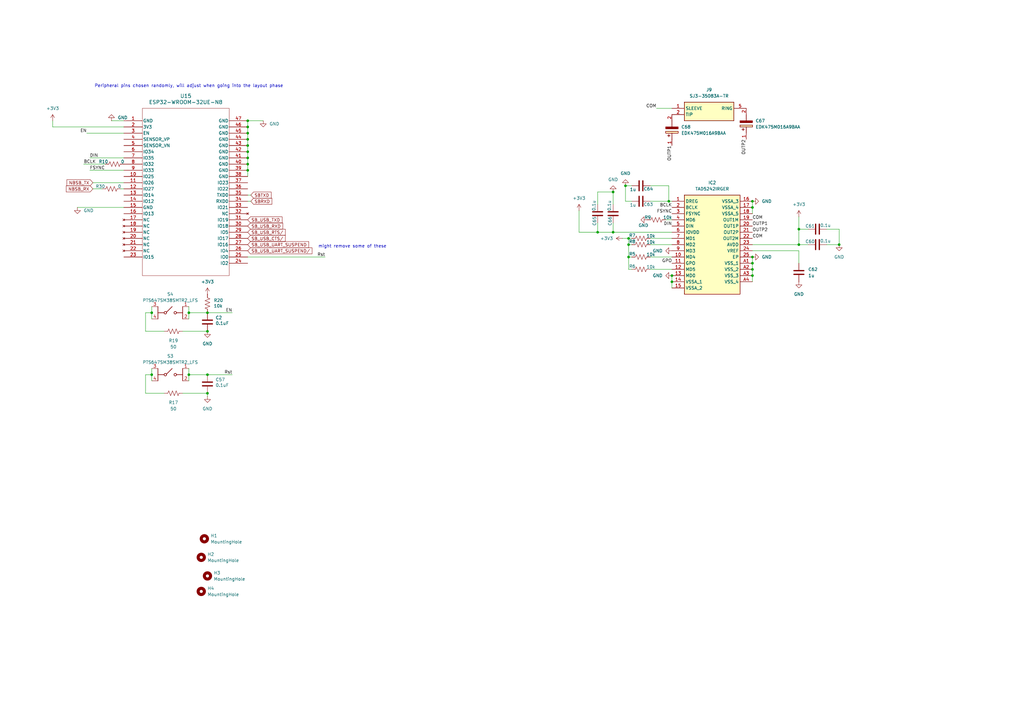
<source format=kicad_sch>
(kicad_sch (version 20250114) (generator "eeschema") (generator_version "9.0")
  (paper "A3")
  (lib_symbols
    (symbol "Device:C" (pin_numbers (hide yes)) (pin_names (offset 0.254))
      (property "Reference" "C" (at 0.635 2.54 0))
      (property "Value" "C" (at 0.635 -2.54 0))
      (symbol "C_0_1"
        (polyline (pts (xy -2.032 0.762) (xy 2.032 0.762)) (stroke (width 0.508)))
        (polyline (pts (xy -2.032 -0.762) (xy 2.032 -0.762)) (stroke (width 0.508)))
      )
      (symbol "C_1_1"
        (pin passive line (at 0 3.81 270) (length 2.794) (name "~") (number "1"))
        (pin passive line (at 0 -3.81 90) (length 2.794) (name "~") (number "2"))
      )
    )
    (symbol "Device:R_US" (pin_numbers (hide yes)) (pin_names (offset 0))
      (property "Reference" "R" (at 2.54 0 90))
      (property "Value" "R_US" (at -2.54 0 90))
      (symbol "R_US_0_1"
        (polyline (pts (xy 0 2.286) (xy 0 2.54)))
        (polyline (pts (xy 0 2.286) (xy 1.016 1.905) (xy 0 1.524) (xy -1.016 1.143) (xy 0 0.762)))
        (polyline (pts (xy 0 0.762) (xy 1.016 0.381) (xy 0 0) (xy -1.016 -0.381) (xy 0 -0.762)))
        (polyline (pts (xy 0 -0.762) (xy 1.016 -1.143) (xy 0 -1.524) (xy -1.016 -1.905) (xy 0 -2.286)))
        (polyline (pts (xy 0 -2.286) (xy 0 -2.54)))
      )
      (symbol "R_US_1_1"
        (pin passive line (at 0 3.81 270) (length 1.27) (name "~") (number "1"))
        (pin passive line (at 0 -3.81 90) (length 1.27) (name "~") (number "2"))
      )
    )
    (symbol "FPGA&MCU:ESP32-WROOM-32UE-N8" (pin_names (offset 0.254))
      (property "Reference" "U" (at 25.4 10.16 0))
      (property "Value" "ESP32-WROOM-32UE-N8" (at 25.4 7.62 0))
      (symbol "ESP32-WROOM-32UE-N8_0_1"
        (polyline (pts (xy 7.62 5.08) (xy 7.62 -63.5)) (stroke (width 0.127)))
        (polyline (pts (xy 7.62 -63.5) (xy 43.18 -63.5)) (stroke (width 0.127)))
        (polyline (pts (xy 43.18 5.08) (xy 7.62 5.08)) (stroke (width 0.127)))
        (polyline (pts (xy 43.18 -63.5) (xy 43.18 5.08)) (stroke (width 0.127)))
        (pin power_out line (at 0 0 0) (length 7.62) (name "GND") (number "1"))
        (pin power_in line (at 0 -2.54 0) (length 7.62) (name "3V3") (number "2"))
        (pin input line (at 0 -5.08 0) (length 7.62) (name "EN") (number "3"))
        (pin input line (at 0 -7.62 0) (length 7.62) (name "SENSOR_VP") (number "4"))
        (pin input line (at 0 -10.16 0) (length 7.62) (name "SENSOR_VN") (number "5"))
        (pin input line (at 0 -12.7 0) (length 7.62) (name "IO34") (number "6"))
        (pin input line (at 0 -15.24 0) (length 7.62) (name "IO35") (number "7"))
        (pin bidirectional line (at 0 -17.78 0) (length 7.62) (name "IO32") (number "8"))
        (pin bidirectional line (at 0 -20.32 0) (length 7.62) (name "IO33") (number "9"))
        (pin bidirectional line (at 0 -22.86 0) (length 7.62) (name "IO25") (number "10"))
        (pin bidirectional line (at 0 -25.4 0) (length 7.62) (name "IO26") (number "11"))
        (pin bidirectional line (at 0 -27.94 0) (length 7.62) (name "IO27") (number "12"))
        (pin bidirectional line (at 0 -30.48 0) (length 7.62) (name "IO14") (number "13"))
        (pin bidirectional line (at 0 -33.02 0) (length 7.62) (name "IO12") (number "14"))
        (pin power_out line (at 0 -35.56 0) (length 7.62) (name "GND") (number "15"))
        (pin bidirectional line (at 0 -38.1 0) (length 7.62) (name "IO13") (number "16"))
        (pin no_connect line (at 0 -40.64 0) (length 7.62) (name "NC") (number "17"))
        (pin no_connect line (at 0 -43.18 0) (length 7.62) (name "NC") (number "18"))
        (pin no_connect line (at 0 -45.72 0) (length 7.62) (name "NC") (number "19"))
        (pin no_connect line (at 0 -48.26 0) (length 7.62) (name "NC") (number "20"))
        (pin no_connect line (at 0 -50.8 0) (length 7.62) (name "NC") (number "21"))
        (pin no_connect line (at 0 -53.34 0) (length 7.62) (name "NC") (number "22"))
        (pin bidirectional line (at 0 -55.88 0) (length 7.62) (name "IO15") (number "23"))
        (pin power_out line (at 50.8 0 180) (length 7.62) (name "GND") (number "47"))
        (pin power_out line (at 50.8 -2.54 180) (length 7.62) (name "GND") (number "46"))
        (pin power_out line (at 50.8 -5.08 180) (length 7.62) (name "GND") (number "45"))
        (pin power_out line (at 50.8 -7.62 180) (length 7.62) (name "GND") (number "44"))
        (pin power_out line (at 50.8 -10.16 180) (length 7.62) (name "GND") (number "43"))
        (pin power_out line (at 50.8 -12.7 180) (length 7.62) (name "GND") (number "42"))
        (pin power_out line (at 50.8 -15.24 180) (length 7.62) (name "GND") (number "41"))
        (pin power_out line (at 50.8 -17.78 180) (length 7.62) (name "GND") (number "40"))
        (pin power_out line (at 50.8 -20.32 180) (length 7.62) (name "GND") (number "39"))
        (pin power_out line (at 50.8 -22.86 180) (length 7.62) (name "GND") (number "38"))
        (pin bidirectional line (at 50.8 -25.4 180) (length 7.62) (name "IO23") (number "37"))
        (pin bidirectional line (at 50.8 -27.94 180) (length 7.62) (name "IO22") (number "36"))
        (pin bidirectional line (at 50.8 -33.02 180) (length 7.62) (name "RXD0") (number "34"))
        (pin bidirectional line (at 50.8 -35.56 180) (length 7.62) (name "IO21") (number "33"))
        (pin no_connect line (at 50.8 -38.1 180) (length 7.62) (name "NC") (number "32"))
        (pin bidirectional line (at 50.8 -40.64 180) (length 7.62) (name "IO19") (number "31"))
        (pin bidirectional line (at 50.8 -43.18 180) (length 7.62) (name "IO18") (number "30"))
        (pin bidirectional line (at 50.8 -45.72 180) (length 7.62) (name "IO5") (number "29"))
        (pin bidirectional line (at 50.8 -48.26 180) (length 7.62) (name "IO17") (number "28"))
        (pin bidirectional line (at 50.8 -50.8 180) (length 7.62) (name "IO16") (number "27"))
        (pin bidirectional line (at 50.8 -53.34 180) (length 7.62) (name "IO4") (number "26"))
        (pin bidirectional line (at 50.8 -55.88 180) (length 7.62) (name "IO0") (number "25"))
        (pin bidirectional line (at 50.8 -58.42 180) (length 7.62) (name "IO2") (number "24"))
      )
      (symbol "ESP32-WROOM-32UE-N8_1_1"
        (pin bidirectional line (at 50.8 -30.48 180) (length 7.62) (name "TXD0") (number "35"))
      )
    )
    (symbol "FPGA_Interface:PTS647SM38SMTR2_LFS" (pin_names (hide yes))
      (property "Reference" "S" (at 12.7 6.35 0))
      (property "Value" "PTS647SM38SMTR2_LFS" (at 12.7 3.81 0))
      (symbol "PTS647SM38SMTR2_LFS_1_1"
        (polyline (pts (xy 2.54 -2.54) (xy 5.08 -2.54)) (stroke (width 0.254)))
        (polyline (pts (xy 2.54 -5.08) (xy 2.54 0)) (stroke (width 0.254)))
        (circle (center 5.588 -2.54) (radius 0.508) (stroke (width 0.254)))
        (polyline (pts (xy 6.096 -2.286) (xy 8.382 0)) (stroke (width 0.254)))
        (circle (center 9.652 -2.54) (radius 0.508) (stroke (width 0.254)))
        (polyline (pts (xy 10.16 -2.54) (xy 12.7 -2.54)) (stroke (width 0.254)))
        (polyline (pts (xy 12.7 -5.08) (xy 12.7 0)) (stroke (width 0.254)))
        (pin passive line (at 0 0 0) (length 2.54) (name "COM_1") (number "3"))
        (pin passive line (at 0 -5.08 0) (length 2.54) (name "COM_2") (number "4"))
        (pin passive line (at 15.24 0 180) (length 2.54) (name "NO_1") (number "1"))
        (pin passive line (at 15.24 -5.08 180) (length 2.54) (name "NO_2") (number "2"))
      )
    )
    (symbol "FPGA_Interface:SJ3-35083A-TR"
      (property "Reference" "J" (at 26.67 7.62 0))
      (property "Value" "SJ3-35083A-TR" (at 26.67 5.08 0))
      (symbol "SJ3-35083A-TR_1_1"
        (rectangle (start 5.08 2.54) (end 25.4 -5.08) (stroke (width 0.254)) (fill (type background)))
        (pin passive line (at 0 0 0) (length 5.08) (name "SLEEVE") (number "1"))
        (pin passive line (at 0 -2.54 0) (length 5.08) (name "TIP") (number "2"))
        (pin passive line (at 30.48 0 180) (length 5.08) (name "RING") (number "5"))
      )
    )
    (symbol "Mechanical:MountingHole" (pin_names (offset 1.016)) (in_bom no)
      (property "Reference" "H" (at 0 5.08 0))
      (property "Value" "MountingHole" (at 0 3.175 0))
      (symbol "MountingHole_0_1"
        (circle (center 0 0) (radius 1.27) (stroke (width 1.27)))
      )
    )
    (symbol "SB:EDK475M016A9BAA" (pin_names (hide yes))
      (property "Reference" "C" (at 8.89 6.35 0))
      (property "Value" "EDK475M016A9BAA" (at 8.89 3.81 0))
      (symbol "EDK475M016A9BAA_1_1"
        (polyline (pts (xy 2.54 0) (xy 5.08 0)) (stroke (width 0.254)))
        (polyline (pts (xy 4.064 1.778) (xy 4.064 0.762)) (stroke (width 0.254)))
        (polyline (pts (xy 4.572 1.27) (xy 3.556 1.27)) (stroke (width 0.254)))
        (rectangle (start 5.08 2.54) (end 5.842 -2.54) (stroke (width 0.254)) (fill (type background)))
        (polyline (pts (xy 7.62 2.54) (xy 7.62 -2.54) (xy 6.858 -2.54) (xy 6.858 2.54) (xy 7.62 2.54)) (stroke (width 0.254)) (fill (type outline)))
        (polyline (pts (xy 7.62 0) (xy 10.16 0)) (stroke (width 0.254)))
        (pin passive line (at 0 0 0) (length 2.54) (name "+") (number "1"))
        (pin passive line (at 12.7 0 180) (length 2.54) (name "-") (number "2"))
      )
    )
    (symbol "SB:TAD5242IRGER"
      (property "Reference" "IC" (at 29.21 7.62 0))
      (property "Value" "TAD5242IRGER" (at 29.21 5.08 0))
      (symbol "TAD5242IRGER_1_1"
        (rectangle (start 5.08 2.54) (end 27.94 -38.1) (stroke (width 0.254)) (fill (type background)))
        (pin passive line (at 0 0 0) (length 5.08) (name "DREG") (number "1"))
        (pin passive line (at 0 -2.54 0) (length 5.08) (name "BCLK") (number "2"))
        (pin passive line (at 0 -5.08 0) (length 5.08) (name "FSYNC") (number "3"))
        (pin passive line (at 0 -7.62 0) (length 5.08) (name "MD6") (number "4"))
        (pin passive line (at 0 -10.16 0) (length 5.08) (name "DIN") (number "5"))
        (pin passive line (at 0 -12.7 0) (length 5.08) (name "IOVDD") (number "6"))
        (pin passive line (at 0 -15.24 0) (length 5.08) (name "MD1") (number "7"))
        (pin passive line (at 0 -17.78 0) (length 5.08) (name "MD2") (number "8"))
        (pin passive line (at 0 -20.32 0) (length 5.08) (name "MD3") (number "9"))
        (pin passive line (at 0 -22.86 0) (length 5.08) (name "MD4") (number "10"))
        (pin passive line (at 0 -25.4 0) (length 5.08) (name "GPO") (number "11"))
        (pin passive line (at 0 -27.94 0) (length 5.08) (name "MD5") (number "12"))
        (pin passive line (at 0 -30.48 0) (length 5.08) (name "MD0") (number "13"))
        (pin passive line (at 0 -33.02 0) (length 5.08) (name "VSSA_1") (number "14"))
        (pin passive line (at 0 -35.56 0) (length 5.08) (name "VSSA_2") (number "15"))
        (pin passive line (at 33.02 0 180) (length 5.08) (name "VSSA_3") (number "16"))
        (pin passive line (at 33.02 -2.54 180) (length 5.08) (name "VSSA_4") (number "17"))
        (pin passive line (at 33.02 -5.08 180) (length 5.08) (name "VSSA_5") (number "18"))
        (pin passive line (at 33.02 -7.62 180) (length 5.08) (name "OUT1M") (number "19"))
        (pin passive line (at 33.02 -10.16 180) (length 5.08) (name "OUT1P") (number "20"))
        (pin passive line (at 33.02 -12.7 180) (length 5.08) (name "OUT2P") (number "21"))
        (pin passive line (at 33.02 -15.24 180) (length 5.08) (name "OUT2M") (number "22"))
        (pin passive line (at 33.02 -17.78 180) (length 5.08) (name "AVDD") (number "23"))
        (pin passive line (at 33.02 -20.32 180) (length 5.08) (name "VREF") (number "24"))
        (pin passive line (at 33.02 -22.86 180) (length 5.08) (name "EP") (number "25"))
        (pin passive line (at 33.02 -25.4 180) (length 5.08) (name "VSS_1") (number "A1"))
        (pin passive line (at 33.02 -27.94 180) (length 5.08) (name "VSS_2") (number "A2"))
        (pin passive line (at 33.02 -30.48 180) (length 5.08) (name "VSS_3") (number "A3"))
        (pin passive line (at 33.02 -33.02 180) (length 5.08) (name "VSS_4") (number "A4"))
      )
    )
    (symbol "power:+3V3" (power) (pin_numbers (hide yes)) (pin_names (offset 0) (hide yes))
      (property "Value" "+3V3" (at 0 3.556 0))
      (symbol "+3V3_0_1"
        (polyline (pts (xy -0.762 1.27) (xy 0 2.54)))
        (polyline (pts (xy 0 2.54) (xy 0.762 1.27)))
        (polyline (pts (xy 0 0) (xy 0 2.54)))
      )
      (symbol "+3V3_1_1"
        (pin power_in line (at 0 0 90) (length 0) (name "~") (number "1"))
      )
    )
    (symbol "power:GND" (power) (pin_numbers (hide yes)) (pin_names (offset 0) (hide yes))
      (property "Value" "GND" (at 0 -3.81 0))
      (symbol "GND_0_1"
        (polyline (pts (xy 0 0) (xy 0 -1.27) (xy 1.27 -1.27) (xy 0 -2.54) (xy -1.27 -1.27) (xy 0 -1.27)))
      )
      (symbol "GND_1_1"
        (pin power_in line (at 0 0 270) (length 0) (name "~") (number "1"))
      )
    )
  )
  (text "might remove some of these\n" (at 144.526 101.092 0) (effects (font (size 1.27 1.27))))
  (text "Peripheral pins chosen randomly, will adjust when going into the layout phase\n" (at 77.47 35.306 0) (effects (font (size 1.27 1.27))))
  (junction (at 275.59 113.03))
  (junction (at 344.17 100.33))
  (junction (at 308.61 110.49))
  (junction (at 256.54 76.2))
  (junction (at 101.6 57.15))
  (junction (at 308.61 82.55))
  (junction (at 308.61 113.03))
  (junction (at 85.09 153.67))
  (junction (at 327.66 93.98))
  (junction (at 251.46 95.25))
  (junction (at 257.81 97.79))
  (junction (at 62.23 153.67))
  (junction (at 308.61 107.95))
  (junction (at 77.47 128.27))
  (junction (at 101.6 52.07))
  (junction (at 101.6 49.53))
  (junction (at 85.09 128.27))
  (junction (at 327.66 100.33))
  (junction (at 245.11 95.25))
  (junction (at 85.09 135.89))
  (junction (at 274.32 82.55))
  (junction (at 101.6 59.69))
  (junction (at 101.6 67.31))
  (junction (at 257.81 105.41))
  (junction (at 257.81 100.33))
  (junction (at 101.6 69.85))
  (junction (at 101.6 64.77))
  (junction (at 251.46 78.74))
  (junction (at 101.6 62.23))
  (junction (at 77.47 153.67))
  (junction (at 62.23 128.27))
  (junction (at 275.59 115.57))
  (junction (at 308.61 85.09))
  (junction (at 101.6 54.61))
  (junction (at 308.61 105.41))
  (junction (at 85.09 161.29))
  (wire (pts (xy 308.61 102.87) (xy 327.66 102.87)))
  (wire (pts (xy 101.6 57.15) (xy 101.6 59.69)))
  (wire (pts (xy 344.17 93.98) (xy 344.17 100.33)))
  (wire (pts (xy 59.69 161.29) (xy 67.31 161.29)))
  (wire (pts (xy 36.83 69.85) (xy 50.8 69.85)))
  (wire (pts (xy 245.11 91.44) (xy 245.11 95.25)))
  (wire (pts (xy 308.61 82.55) (xy 308.61 85.09)))
  (wire (pts (xy 77.47 153.67) (xy 85.09 153.67)))
  (wire (pts (xy 331.47 100.33) (xy 327.66 100.33)))
  (wire (pts (xy 77.47 153.67) (xy 77.47 156.21)))
  (wire (pts (xy 245.11 95.25) (xy 237.49 95.25)))
  (wire (pts (xy 237.49 86.36) (xy 237.49 95.25)))
  (wire (pts (xy 101.6 59.69) (xy 101.6 62.23)))
  (wire (pts (xy 257.81 97.79) (xy 257.81 100.33)))
  (wire (pts (xy 251.46 83.82) (xy 251.46 78.74)))
  (wire (pts (xy 257.81 105.41) (xy 257.81 110.49)))
  (wire (pts (xy 38.1 74.93) (xy 50.8 74.93)))
  (wire (pts (xy 256.54 82.55) (xy 256.54 76.2)))
  (wire (pts (xy 74.93 161.29) (xy 85.09 161.29)))
  (wire (pts (xy 62.23 128.27) (xy 62.23 130.81)))
  (wire (pts (xy 259.08 82.55) (xy 256.54 82.55)))
  (wire (pts (xy 101.6 49.53) (xy 101.6 52.07)))
  (wire (pts (xy 274.32 76.2) (xy 274.32 82.55)))
  (wire (pts (xy 274.32 76.2) (xy 266.7 76.2)))
  (wire (pts (xy 101.6 54.61) (xy 101.6 57.15)))
  (wire (pts (xy 339.09 93.98) (xy 344.17 93.98)))
  (wire (pts (xy 257.81 100.33) (xy 259.08 100.33)))
  (wire (pts (xy 45.72 49.53) (xy 50.8 49.53)))
  (wire (pts (xy 133.35 105.41) (xy 101.6 105.41)))
  (wire (pts (xy 275.59 115.57) (xy 275.59 118.11)))
  (wire (pts (xy 308.61 105.41) (xy 308.61 107.95)))
  (wire (pts (xy 34.29 67.31) (xy 43.18 67.31)))
  (wire (pts (xy 85.09 128.27) (xy 95.25 128.27)))
  (wire (pts (xy 245.11 83.82) (xy 245.11 78.74)))
  (wire (pts (xy 308.61 85.09) (xy 308.61 87.63)))
  (wire (pts (xy 21.59 49.53) (xy 21.59 52.07)))
  (wire (pts (xy 107.95 49.53) (xy 101.6 49.53)))
  (wire (pts (xy 49.53 77.47) (xy 50.8 77.47)))
  (wire (pts (xy 77.47 128.27) (xy 77.47 130.81)))
  (wire (pts (xy 331.47 93.98) (xy 327.66 93.98)))
  (wire (pts (xy 259.08 76.2) (xy 256.54 76.2)))
  (wire (pts (xy 101.6 80.01) (xy 102.87 80.01)))
  (wire (pts (xy 62.23 125.73) (xy 62.23 128.27)))
  (wire (pts (xy 266.7 105.41) (xy 275.59 105.41)))
  (wire (pts (xy 266.7 97.79) (xy 275.59 97.79)))
  (wire (pts (xy 274.32 82.55) (xy 275.59 82.55)))
  (wire (pts (xy 269.24 44.45) (xy 275.59 44.45)))
  (wire (pts (xy 257.81 105.41) (xy 259.08 105.41)))
  (wire (pts (xy 275.59 113.03) (xy 275.59 115.57)))
  (wire (pts (xy 327.66 88.9) (xy 327.66 93.98)))
  (wire (pts (xy 59.69 153.67) (xy 59.69 161.29)))
  (wire (pts (xy 273.05 90.17) (xy 275.59 90.17)))
  (wire (pts (xy 62.23 153.67) (xy 62.23 151.13)))
  (wire (pts (xy 274.32 82.55) (xy 266.7 82.55)))
  (wire (pts (xy 36.83 64.77) (xy 50.8 64.77)))
  (wire (pts (xy 275.59 95.25) (xy 251.46 95.25)))
  (wire (pts (xy 259.08 97.79) (xy 257.81 97.79)))
  (wire (pts (xy 327.66 93.98) (xy 327.66 100.33)))
  (wire (pts (xy 101.6 64.77) (xy 101.6 67.31)))
  (wire (pts (xy 257.81 100.33) (xy 257.81 105.41)))
  (wire (pts (xy 339.09 100.33) (xy 344.17 100.33)))
  (wire (pts (xy 257.81 110.49) (xy 259.08 110.49)))
  (wire (pts (xy 308.61 107.95) (xy 308.61 110.49)))
  (wire (pts (xy 327.66 102.87) (xy 327.66 107.95)))
  (wire (pts (xy 77.47 151.13) (xy 77.47 153.67)))
  (wire (pts (xy 31.75 85.09) (xy 50.8 85.09)))
  (wire (pts (xy 77.47 125.73) (xy 77.47 128.27)))
  (wire (pts (xy 74.93 135.89) (xy 85.09 135.89)))
  (wire (pts (xy 85.09 161.29) (xy 85.09 162.56)))
  (wire (pts (xy 101.6 67.31) (xy 101.6 69.85)))
  (wire (pts (xy 255.27 97.79) (xy 257.81 97.79)))
  (wire (pts (xy 308.61 100.33) (xy 327.66 100.33)))
  (wire (pts (xy 35.56 54.61) (xy 50.8 54.61)))
  (wire (pts (xy 266.7 110.49) (xy 275.59 110.49)))
  (wire (pts (xy 62.23 153.67) (xy 62.23 156.21)))
  (wire (pts (xy 38.1 77.47) (xy 41.91 77.47)))
  (wire (pts (xy 59.69 128.27) (xy 59.69 135.89)))
  (wire (pts (xy 101.6 82.55) (xy 102.87 82.55)))
  (wire (pts (xy 62.23 128.27) (xy 59.69 128.27)))
  (wire (pts (xy 308.61 110.49) (xy 308.61 113.03)))
  (wire (pts (xy 245.11 78.74) (xy 251.46 78.74)))
  (wire (pts (xy 101.6 52.07) (xy 101.6 54.61)))
  (wire (pts (xy 251.46 91.44) (xy 251.46 95.25)))
  (wire (pts (xy 59.69 153.67) (xy 62.23 153.67)))
  (wire (pts (xy 77.47 128.27) (xy 85.09 128.27)))
  (wire (pts (xy 308.61 113.03) (xy 308.61 115.57)))
  (wire (pts (xy 251.46 95.25) (xy 245.11 95.25)))
  (wire (pts (xy 101.6 62.23) (xy 101.6 64.77)))
  (wire (pts (xy 101.6 69.85) (xy 101.6 72.39)))
  (wire (pts (xy 85.09 153.67) (xy 95.25 153.67)))
  (wire (pts (xy 50.8 52.07) (xy 21.59 52.07)))
  (wire (pts (xy 59.69 135.89) (xy 67.31 135.89)))
  (wire (pts (xy 266.7 100.33) (xy 275.59 100.33)))
  (label "BCLK" (at 34.29 67.31 0))
  (label "OUTP1" (at 275.59 59.69 270))
  (label "OUTP1" (at 308.61 92.71 0))
  (label "BCLK" (at 275.59 85.09 180))
  (label "OUTP2" (at 306.07 57.15 270))
  (label "FSYNC" (at 36.83 69.85 0))
  (label "COM" (at 269.24 44.45 180))
  (label "FSYNC" (at 275.59 87.63 180))
  (label "DIN" (at 36.83 64.77 0))
  (label "EN" (at 95.25 128.27 180))
  (label "Rst" (at 95.25 153.67 180))
  (label "GPO" (at 275.59 107.95 180))
  (label "COM" (at 308.61 90.17 0))
  (label "COM" (at 308.61 97.79 0))
  (label "EN" (at 35.56 54.61 180))
  (label "DIN" (at 275.59 92.71 180))
  (label "Rst" (at 133.35 105.41 180))
  (label "OUTP2" (at 308.61 95.25 0))
  (global_label "NBSB_RX" (shape input) (at 38.1 77.47 180) (property "Intersheetrefs" "${INTERSHEET_REFS}" (effects (hide yes))))
  (global_label "SB_USB_UART_SUSPEND" (shape input) (at 101.6 100.33 0) (property "Intersheetrefs" "${INTERSHEET_REFS}" (effects (hide yes))))
  (global_label "SBTXD" (shape input) (at 102.87 80.01 0) (property "Intersheetrefs" "${INTERSHEET_REFS}" (effects (hide yes))))
  (global_label "SB_USB_CTS{slash}" (shape input) (at 101.6 97.79 0) (property "Intersheetrefs" "${INTERSHEET_REFS}" (effects (hide yes))))
  (global_label "SB_USB_TXD" (shape input) (at 101.6 90.17 0) (property "Intersheetrefs" "${INTERSHEET_REFS}" (effects (hide yes))))
  (global_label "SB_USB_RTS{slash}" (shape input) (at 101.6 95.25 0) (property "Intersheetrefs" "${INTERSHEET_REFS}" (effects (hide yes))))
  (global_label "SB_USB_UART_SUSPEND{slash}" (shape input) (at 101.6 102.87 0) (property "Intersheetrefs" "${INTERSHEET_REFS}" (effects (hide yes))))
  (global_label "SBRXD" (shape input) (at 102.87 82.55 0) (property "Intersheetrefs" "${INTERSHEET_REFS}" (effects (hide yes))))
  (global_label "SB_USB_RXD" (shape input) (at 101.6 92.71 0) (property "Intersheetrefs" "${INTERSHEET_REFS}" (effects (hide yes))))
  (global_label "NBSB_TX" (shape input) (at 38.1 74.93 180) (property "Intersheetrefs" "${INTERSHEET_REFS}" (effects (hide yes))))
  (symbol (lib_id "power:GND") (at 308.61 105.41 90) (unit 1)
    (property "Reference" "#PWR0153" (effects (hide yes)))
    (property "Value" "GND" (at 312.42 105.4099 90) (effects (justify right)))
    (property "Description" "Power symbol creates a global label with name \"GND\" , ground" (effects (hide yes)))
  )
  (symbol (lib_id "Device:R_US") (at 262.89 105.41 90) (unit 1)
    (property "Reference" "R5" (at 259.334 104.14 90))
    (property "Value" "10k" (at 266.954 104.394 90))
    (property "Footprint" "Resistor_SMD:R_0402_1005Metric" (effects (hide yes)))
    (property "Description" "Resistor, US symbol" (effects (hide yes)))
  )
  (symbol (lib_id "power:GND") (at 45.72 49.53 180) (unit 1)
    (property "Reference" "#PWR017" (effects (hide yes)))
    (property "Value" "GND" (at 48.26 48.2599 0) (effects (justify right)))
    (property "Description" "Power symbol creates a global label with name \"GND\" , ground" (effects (hide yes)))
  )
  (symbol (lib_id "SB:EDK475M016A9BAA") (at 275.59 59.69 90) (unit 1)
    (property "Reference" "C68" (at 279.4 52.0699 90) (effects (justify right)))
    (property "Value" "EDK475M016A9BAA" (at 279.4 54.6099 90) (effects (justify right)))
    (property "Footprint" "SB:CAPAE430X565N" (effects (hide yes)))
    (property "Datasheet" "https://content.kemet.com/datasheets/KEM_A4001_EDK.pdf" (effects (hide yes)))
    (property "Description" "EDK, Aluminum, Aluminum Electrolytic, 4.7 uF, 20%, 16 VDC, -40/+85C, 85C, -40C, 85C, 2,000 Hrs, 16 % , 0.02, 3 uA, 2, 4, 4mm, 5.4mm, 2000" (effects (hide yes)))
    (property "Height" "5.65" (effects (hide yes)))
    (property "Mouser Part Number" "80-EDK475M016A9BAA" (effects (hide yes)))
    (property "Mouser Price/Stock" "https://www.mouser.co.uk/ProductDetail/KEMET/EDK475M016A9BAA?qs=E9QF1UCAUX56UXN1YiCZhQ%3D%3D" (effects (hide yes)))
    (property "Manufacturer_Name" "KEMET" (effects (hide yes)))
    (property "Manufacturer_Part_Number" "EDK475M016A9BAA" (effects (hide yes)))
  )
  (symbol (lib_id "power:GND") (at 275.59 102.87 270) (unit 1)
    (property "Reference" "#PWR0157" (effects (hide yes)))
    (property "Value" "GND" (at 271.78 102.8699 90) (effects (justify right)))
    (property "Description" "Power symbol creates a global label with name \"GND\" , ground" (effects (hide yes)))
  )
  (symbol (lib_id "FPGA_Interface:SJ3-35083A-TR") (at 275.59 44.45 0) (unit 1)
    (property "Reference" "J9" (at 290.83 36.83 0))
    (property "Value" "SJ3-35083A-TR" (at 290.83 39.37 0))
    (property "Footprint" "SJ335083ATR" (effects (hide yes)))
    (property "Datasheet" "https://www.sameskydevices.com/product/resource/SJ3-35083A-TR.pdf" (effects (hide yes)))
    (property "Description" "SJ3-35083A-TR - 3.5 mm Stereo Jack, Through Hole, 3 Conductors, 0 Internal Switches,  Tape & Reel Packaging" (effects (hide yes)))
    (property "Height" "5.3" (effects (hide yes)))
    (property "Mouser Part Number" "179-SJ3-35083A-TR" (effects (hide yes)))
    (property "Mouser Price/Stock" "https://www.mouser.co.uk/ProductDetail/Same-Sky/SJ3-35083A-TR?qs=IKkN%2F947nfAXbylC140wLg%3D%3D" (effects (hide yes)))
    (property "Manufacturer_Name" "Same Sky" (effects (hide yes)))
    (property "Manufacturer_Part_Number" "SJ3-35083A-TR" (effects (hide yes)))
  )
  (symbol (lib_id "FPGA_Interface:PTS647SM38SMTR2_LFS") (at 62.23 125.73 0) (unit 1)
    (property "Reference" "S4" (at 69.85 120.65 0))
    (property "Value" "PTS647SM38SMTR2_LFS" (at 69.85 123.19 0))
    (property "Footprint" "PTS647SM38SMTR2LFS" (effects (hide yes)))
    (property "Datasheet" "https://www.ckswitches.com/media/2567/pts647.pdf" (effects (hide yes)))
    (property "Description" "Tactile Switch SPST-NO Top Actuated Surface Mount 0.05A 12V" (effects (hide yes)))
    (property "Manufacturer_Name" "C & K COMPONENTS" (effects (hide yes)))
    (property "Manufacturer_Part_Number" "PTS647SM38SMTR2 LFS" (effects (hide yes)))
  )
  (symbol (lib_id "power:+3V3") (at 327.66 88.9 0) (unit 1)
    (property "Reference" "#PWR0159" (effects (hide yes)))
    (property "Value" "+3V3" (at 327.66 83.82 0))
    (property "Description" "Power symbol creates a global label with name \"+3V3\"" (effects (hide yes)))
  )
  (symbol (lib_id "Device:C") (at 85.09 157.48 0) (unit 1)
    (property "Reference" "C57" (at 88.392 155.702 0) (effects (justify left)))
    (property "Value" "0.1uF" (at 88.392 157.988 0) (effects (justify left)))
    (property "Footprint" "Capacitor_SMD:C_0402_1005Metric" (effects (hide yes)))
    (property "Description" "Unpolarized capacitor" (effects (hide yes)))
  )
  (symbol (lib_id "power:+3V3") (at 237.49 86.36 0) (unit 1)
    (property "Reference" "#PWR0162" (effects (hide yes)))
    (property "Value" "+3V3" (at 237.49 81.28 0))
    (property "Description" "Power symbol creates a global label with name \"+3V3\"" (effects (hide yes)))
  )
  (symbol (lib_id "power:GND") (at 275.59 113.03 270) (unit 1)
    (property "Reference" "#PWR0155" (effects (hide yes)))
    (property "Value" "GND" (at 271.78 113.0301 90) (effects (justify right)))
    (property "Description" "Power symbol creates a global label with name \"GND\" , ground" (effects (hide yes)))
  )
  (symbol (lib_id "Device:C") (at 327.66 111.76 0) (unit 1)
    (property "Reference" "C62" (at 331.47 110.4899 0) (effects (justify left)))
    (property "Value" "1u" (at 331.47 113.0299 0) (effects (justify left)))
    (property "Footprint" "Capacitor_SMD:C_0402_1005Metric" (effects (hide yes)))
    (property "Description" "Unpolarized capacitor" (effects (hide yes)))
  )
  (symbol (lib_id "power:GND") (at 256.54 76.2 180) (unit 1)
    (property "Reference" "#PWR0160" (effects (hide yes)))
    (property "Value" "GND" (at 256.54 71.12 0))
    (property "Description" "Power symbol creates a global label with name \"GND\" , ground" (effects (hide yes)))
  )
  (symbol (lib_id "power:GND") (at 344.17 100.33 0) (unit 1)
    (property "Reference" "#PWR0151" (effects (hide yes)))
    (property "Value" "GND" (at 344.17 105.41 0))
    (property "Description" "Power symbol creates a global label with name \"GND\" , ground" (effects (hide yes)))
  )
  (symbol (lib_id "SB:TAD5242IRGER") (at 275.59 82.55 0) (unit 1)
    (property "Reference" "IC2" (at 292.1 74.93 0))
    (property "Value" "TAD5242IRGER" (at 292.1 77.47 0))
    (property "Footprint" "TAD5242IRGER" (effects (hide yes)))
    (property "Datasheet" "https://www.ti.com/lit/ds/symlink/tad5242.pdf?ts=1736249226355&ref_url=https%253A%252F%252Fwww.ti.com%252Fproduct%252FTAD5242" (effects (hide yes)))
    (property "Description" "Audio D/A Converter ICs Hardware-control stereo audio DAC with 120dB dynamic range, and headphone and line driver" (effects (hide yes)))
    (property "Height" "1" (effects (hide yes)))
    (property "Mouser Part Number" "595-TAD5242IRGER" (effects (hide yes)))
    (property "Mouser Price/Stock" "https://www.mouser.co.uk/ProductDetail/Texas-Instruments/TAD5242IRGER?qs=%252BXxaIXUDbq07iiss%252B1zA7A%3D%3D" (effects (hide yes)))
    (property "Manufacturer_Name" "Texas Instruments" (effects (hide yes)))
    (property "Manufacturer_Part_Number" "TAD5242IRGER" (effects (hide yes)))
  )
  (symbol (lib_id "power:+3V3") (at 85.09 120.65 0) (unit 1)
    (property "Reference" "#PWR015" (effects (hide yes)))
    (property "Value" "+3V3" (at 85.09 115.57 0))
    (property "Description" "Power symbol creates a global label with name \"+3V3\"" (effects (hide yes)))
  )
  (symbol (lib_id "Device:C") (at 335.28 93.98 90) (unit 1)
    (property "Reference" "C61" (at 332.232 92.71 90))
    (property "Value" "0.1u" (at 338.582 92.456 90))
    (property "Footprint" "Capacitor_SMD:C_0402_1005Metric" (effects (hide yes)))
    (property "Description" "Unpolarized capacitor" (effects (hide yes)))
  )
  (symbol (lib_id "Device:C") (at 251.46 87.63 180) (unit 1)
    (property "Reference" "C66" (at 250.19 90.678 90))
    (property "Value" "0.1u" (at 249.936 84.328 90))
    (property "Footprint" "Capacitor_SMD:C_0402_1005Metric" (effects (hide yes)))
    (property "Description" "Unpolarized capacitor" (effects (hide yes)))
  )
  (symbol (lib_id "Mechanical:MountingHole") (at 83.82 220.98 0) (unit 1) (in_bom no)
    (property "Reference" "H1" (at 86.36 219.7099 0) (effects (justify left)))
    (property "Value" "MountingHole" (at 86.36 222.2499 0) (effects (justify left)))
    (property "Footprint" "MountingHole:MountingHole_4.3x6.2mm_M4_Pad" (effects (hide yes)))
    (property "Description" "Mounting Hole without connection" (effects (hide yes)))
  )
  (symbol (lib_id "Device:R_US") (at 262.89 100.33 90) (unit 1)
    (property "Reference" "R8" (at 259.334 99.06 90))
    (property "Value" "10k" (at 266.954 99.314 90))
    (property "Footprint" "Resistor_SMD:R_0402_1005Metric" (effects (hide yes)))
    (property "Description" "Resistor, US symbol" (effects (hide yes)))
  )
  (symbol (lib_id "Mechanical:MountingHole") (at 82.55 242.57 0) (unit 1) (in_bom no)
    (property "Reference" "H4" (at 85.09 241.2999 0) (effects (justify left)))
    (property "Value" "MountingHole" (at 85.09 243.8399 0) (effects (justify left)))
    (property "Footprint" "MountingHole:MountingHole_4.3x6.2mm_M4_Pad" (effects (hide yes)))
    (property "Description" "Mounting Hole without connection" (effects (hide yes)))
  )
  (symbol (lib_id "power:GND") (at 265.43 90.17 270) (unit 1)
    (property "Reference" "#PWR0158" (effects (hide yes)))
    (property "Value" "GND" (at 265.938 92.456 90) (effects (justify right)))
    (property "Description" "Power symbol creates a global label with name \"GND\" , ground" (effects (hide yes)))
  )
  (symbol (lib_id "power:GND") (at 107.95 49.53 0) (unit 1)
    (property "Reference" "#PWR020" (effects (hide yes)))
    (property "Value" "GND" (at 110.49 50.7999 0) (effects (justify left)))
    (property "Description" "Power symbol creates a global label with name \"GND\" , ground" (effects (hide yes)))
  )
  (symbol (lib_id "power:GND") (at 251.46 78.74 180) (unit 1)
    (property "Reference" "#PWR0161" (effects (hide yes)))
    (property "Value" "GND" (at 251.46 73.66 0))
    (property "Description" "Power symbol creates a global label with name \"GND\" , ground" (effects (hide yes)))
  )
  (symbol (lib_id "Device:R_US") (at 262.89 97.79 90) (unit 1)
    (property "Reference" "R7" (at 259.334 96.52 90))
    (property "Value" "10k" (at 266.954 96.774 90))
    (property "Footprint" "Resistor_SMD:R_0402_1005Metric" (effects (hide yes)))
    (property "Description" "Resistor, US symbol" (effects (hide yes)))
  )
  (symbol (lib_id "Device:C") (at 262.89 76.2 270) (unit 1)
    (property "Reference" "C64" (at 265.938 77.47 90))
    (property "Value" "1u" (at 259.588 77.724 90))
    (property "Footprint" "Capacitor_SMD:C_0402_1005Metric" (effects (hide yes)))
    (property "Description" "Unpolarized capacitor" (effects (hide yes)))
  )
  (symbol (lib_id "SB:EDK475M016A9BAA") (at 306.07 57.15 90) (unit 1)
    (property "Reference" "C67" (at 309.88 49.5299 90) (effects (justify right)))
    (property "Value" "EDK475M016A9BAA" (at 309.88 52.0699 90) (effects (justify right)))
    (property "Footprint" "SB:CAPAE430X565N" (effects (hide yes)))
    (property "Datasheet" "https://content.kemet.com/datasheets/KEM_A4001_EDK.pdf" (effects (hide yes)))
    (property "Description" "EDK, Aluminum, Aluminum Electrolytic, 4.7 uF, 20%, 16 VDC, -40/+85C, 85C, -40C, 85C, 2,000 Hrs, 16 % , 0.02, 3 uA, 2, 4, 4mm, 5.4mm, 2000" (effects (hide yes)))
    (property "Height" "5.65" (effects (hide yes)))
    (property "Mouser Part Number" "80-EDK475M016A9BAA" (effects (hide yes)))
    (property "Mouser Price/Stock" "https://www.mouser.co.uk/ProductDetail/KEMET/EDK475M016A9BAA?qs=E9QF1UCAUX56UXN1YiCZhQ%3D%3D" (effects (hide yes)))
    (property "Manufacturer_Name" "KEMET" (effects (hide yes)))
    (property "Manufacturer_Part_Number" "EDK475M016A9BAA" (effects (hide yes)))
  )
  (symbol (lib_id "power:GND") (at 31.75 85.09 0) (unit 1)
    (property "Reference" "#PWR019" (effects (hide yes)))
    (property "Value" "GND" (at 34.29 86.3599 0) (effects (justify left)))
    (property "Description" "Power symbol creates a global label with name \"GND\" , ground" (effects (hide yes)))
  )
  (symbol (lib_id "power:GND") (at 327.66 115.57 0) (unit 1)
    (property "Reference" "#PWR0152" (effects (hide yes)))
    (property "Value" "GND" (at 327.66 120.65 0))
    (property "Description" "Power symbol creates a global label with name \"GND\" , ground" (effects (hide yes)))
  )
  (symbol (lib_id "Device:R_US") (at 85.09 124.46 0) (unit 1)
    (property "Reference" "R20" (at 87.63 123.1899 0) (effects (justify left)))
    (property "Value" "10k" (at 87.63 125.476 0) (effects (justify left)))
    (property "Footprint" "Resistor_SMD:R_0402_1005Metric" (effects (hide yes)))
    (property "Description" "Resistor, US symbol" (effects (hide yes)))
  )
  (symbol (lib_id "Device:C") (at 85.09 132.08 0) (unit 1)
    (property "Reference" "C2" (at 88.392 130.302 0) (effects (justify left)))
    (property "Value" "0.1uF" (at 88.392 132.588 0) (effects (justify left)))
    (property "Footprint" "Capacitor_SMD:C_0402_1005Metric" (effects (hide yes)))
    (property "Description" "Unpolarized capacitor" (effects (hide yes)))
  )
  (symbol (lib_id "Device:C") (at 335.28 100.33 90) (unit 1)
    (property "Reference" "C60" (at 332.232 99.06 90))
    (property "Value" "0.1u" (at 338.582 98.806 90))
    (property "Footprint" "Capacitor_SMD:C_0402_1005Metric" (effects (hide yes)))
    (property "Description" "Unpolarized capacitor" (effects (hide yes)))
  )
  (symbol (lib_id "Device:R_US") (at 71.12 135.89 270) (unit 1)
    (property "Reference" "R19" (at 71.12 139.7 90))
    (property "Value" "50" (at 71.12 142.24 90))
    (property "Footprint" "Resistor_SMD:R_0402_1005Metric" (effects (hide yes)))
    (property "Description" "Resistor, US symbol" (effects (hide yes)))
  )
  (symbol (lib_id "Device:R_US") (at 262.89 110.49 90) (unit 1)
    (property "Reference" "R6" (at 259.334 109.22 90))
    (property "Value" "10k" (at 266.954 109.474 90))
    (property "Footprint" "Resistor_SMD:R_0402_1005Metric" (effects (hide yes)))
    (property "Description" "Resistor, US symbol" (effects (hide yes)))
  )
  (symbol (lib_id "Device:R_US") (at 45.72 77.47 90) (unit 1)
    (property "Reference" "R30" (at 41.148 76.454 90))
    (property "Value" "0" (at 49.022 76.454 90))
    (property "Footprint" "Resistor_SMD:R_0603_1608Metric" (effects (hide yes)))
    (property "Description" "Resistor, US symbol" (effects (hide yes)))
  )
  (symbol (lib_id "Device:C") (at 262.89 82.55 270) (unit 1)
    (property "Reference" "C63" (at 265.938 83.82 90))
    (property "Value" "1u" (at 259.588 84.074 90))
    (property "Footprint" "Capacitor_SMD:C_0402_1005Metric" (effects (hide yes)))
    (property "Description" "Unpolarized capacitor" (effects (hide yes)))
  )
  (symbol (lib_id "power:GND") (at 85.09 135.89 0) (unit 1)
    (property "Reference" "#PWR016" (effects (hide yes)))
    (property "Value" "GND" (at 85.09 140.97 0))
    (property "Description" "Power symbol creates a global label with name \"GND\" , ground" (effects (hide yes)))
  )
  (symbol (lib_id "Device:C") (at 245.11 87.63 180) (unit 1)
    (property "Reference" "C65" (at 243.84 90.678 90))
    (property "Value" "0.1u" (at 243.586 84.328 90))
    (property "Footprint" "Capacitor_SMD:C_0402_1005Metric" (effects (hide yes)))
    (property "Description" "Unpolarized capacitor" (effects (hide yes)))
  )
  (symbol (lib_id "power:+3V3") (at 21.59 49.53 0) (unit 1)
    (property "Reference" "#PWR018" (effects (hide yes)))
    (property "Value" "+3V3" (at 21.59 44.45 0))
    (property "Description" "Power symbol creates a global label with name \"+3V3\"" (effects (hide yes)))
  )
  (symbol (lib_id "power:GND") (at 308.61 82.55 90) (unit 1)
    (property "Reference" "#PWR0154" (effects (hide yes)))
    (property "Value" "GND" (at 312.42 82.5499 90) (effects (justify right)))
    (property "Description" "Power symbol creates a global label with name \"GND\" , ground" (effects (hide yes)))
  )
  (symbol (lib_id "Device:R_US") (at 71.12 161.29 270) (unit 1)
    (property "Reference" "R17" (at 71.12 165.1 90))
    (property "Value" "50" (at 71.12 167.64 90))
    (property "Footprint" "Resistor_SMD:R_0402_1005Metric" (effects (hide yes)))
    (property "Description" "Resistor, US symbol" (effects (hide yes)))
  )
  (symbol (lib_id "power:+3V3") (at 255.27 97.79 90) (unit 1)
    (property "Reference" "#PWR0156" (effects (hide yes)))
    (property "Value" "+3V3" (at 251.46 97.7899 90) (effects (justify left)))
    (property "Description" "Power symbol creates a global label with name \"+3V3\"" (effects (hide yes)))
  )
  (symbol (lib_id "Mechanical:MountingHole") (at 85.09 236.22 0) (unit 1) (in_bom no)
    (property "Reference" "H3" (at 87.63 234.9499 0) (effects (justify left)))
    (property "Value" "MountingHole" (at 87.63 237.4899 0) (effects (justify left)))
    (property "Footprint" "MountingHole:MountingHole_4.3x6.2mm_M4_Pad" (effects (hide yes)))
    (property "Description" "Mounting Hole without connection" (effects (hide yes)))
  )
  (symbol (lib_id "FPGA&MCU:ESP32-WROOM-32UE-N8") (at 50.8 49.53 0) (unit 1)
    (property "Reference" "U15" (at 76.2 39.37 0) (effects (font (size 1.524 1.524))))
    (property "Value" "ESP32-WROOM-32UE-N8" (at 76.2 41.91 0) (effects (font (size 1.524 1.524))))
    (property "Footprint" "ESP32-WROOM-32UE_EXP" (effects (hide yes)))
    (property "Datasheet" "ESP32-WROOM-32UE-N8" (effects (hide yes)))
  )
  (symbol (lib_id "Mechanical:MountingHole") (at 82.55 228.6 0) (unit 1) (in_bom no)
    (property "Reference" "H2" (at 85.09 227.3299 0) (effects (justify left)))
    (property "Value" "MountingHole" (at 85.09 229.8699 0) (effects (justify left)))
    (property "Footprint" "MountingHole:MountingHole_4.3x6.2mm_M4_Pad" (effects (hide yes)))
    (property "Description" "Mounting Hole without connection" (effects (hide yes)))
  )
  (symbol (lib_id "FPGA_Interface:PTS647SM38SMTR2_LFS") (at 62.23 151.13 0) (unit 1)
    (property "Reference" "S3" (at 69.85 146.05 0))
    (property "Value" "PTS647SM38SMTR2_LFS" (at 69.85 148.59 0))
    (property "Footprint" "PTS647SM38SMTR2LFS" (effects (hide yes)))
    (property "Datasheet" "https://www.ckswitches.com/media/2567/pts647.pdf" (effects (hide yes)))
    (property "Description" "Tactile Switch SPST-NO Top Actuated Surface Mount 0.05A 12V" (effects (hide yes)))
    (property "Manufacturer_Name" "C & K COMPONENTS" (effects (hide yes)))
    (property "Manufacturer_Part_Number" "PTS647SM38SMTR2 LFS" (effects (hide yes)))
  )
  (symbol (lib_id "Device:R_US") (at 269.24 90.17 90) (unit 1)
    (property "Reference" "R9" (at 265.684 89.154 90))
    (property "Value" "10k" (at 273.812 89.154 90))
    (property "Footprint" "Resistor_SMD:R_0402_1005Metric" (effects (hide yes)))
    (property "Description" "Resistor, US symbol" (effects (hide yes)))
  )
  (symbol (lib_id "power:GND") (at 85.09 162.56 0) (unit 1)
    (property "Reference" "#PWR014" (effects (hide yes)))
    (property "Value" "GND" (at 85.09 167.64 0))
    (property "Description" "Power symbol creates a global label with name \"GND\" , ground" (effects (hide yes)))
  )
  (symbol (lib_id "Device:R_US") (at 46.99 67.31 90) (unit 1)
    (property "Reference" "R10" (at 42.418 66.294 90))
    (property "Value" "0" (at 50.292 66.294 90))
    (property "Footprint" "Resistor_SMD:R_0402_1005Metric" (effects (hide yes)))
    (property "Description" "Resistor, US symbol" (effects (hide yes)))
  )
)
</source>
